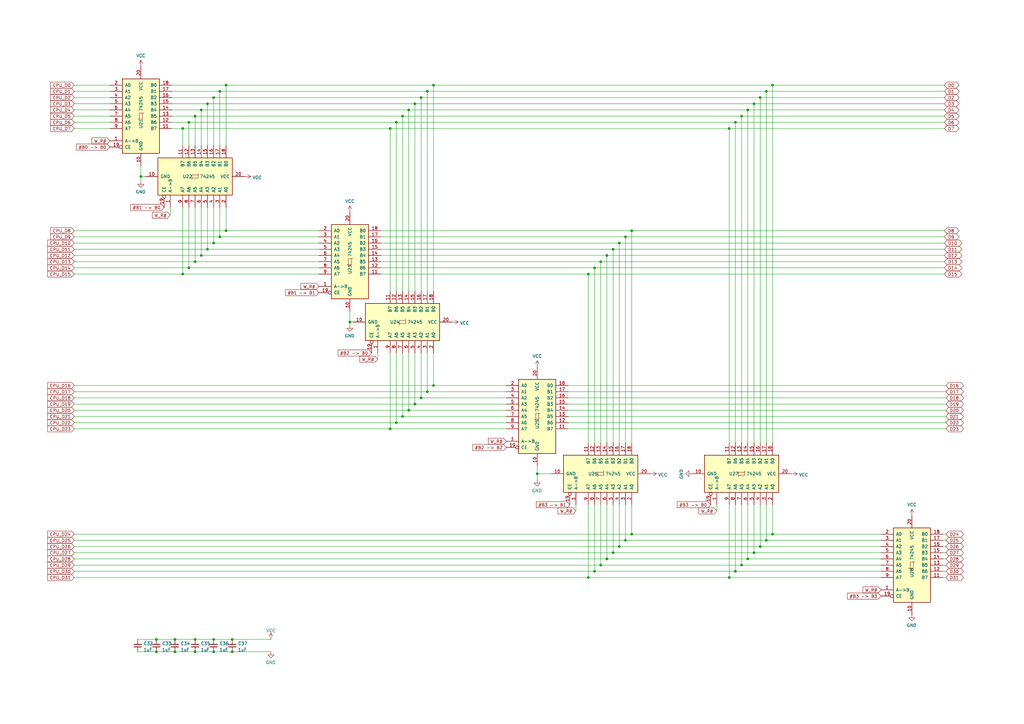
<source format=kicad_sch>
(kicad_sch (version 20211123) (generator eeschema)
  (paper "A3")
  (lib_symbols
    (symbol "74xx:74HC245" (pin_names (offset 1.016))
      (property "Reference" "U" (at -7.62 16.51 0))
      (property "Value" "74HC245" (at -7.62 -16.51 0))
      (symbol "74HC245_1_0"
        (polyline (pts (xy -0.635 -1.27) (xy -0.635 1.27) (xy 0.635 1.27)))
        (polyline (pts (xy -1.27 -1.27) (xy 0.635 -1.27) (xy 0.635 1.27) (xy 1.27 1.27)))
        (pin input line (at -12.7 -10.16 0) (length 5.08) (name "A->B") (number "1"))
        (pin power_in line (at 0 -20.32 90) (length 5.08) (name "GND") (number "10"))
        (pin tri_state line (at 12.7 -5.08 180) (length 5.08) (name "B7") (number "11"))
        (pin tri_state line (at 12.7 -2.54 180) (length 5.08) (name "B6") (number "12"))
        (pin tri_state line (at 12.7 0 180) (length 5.08) (name "B5") (number "13"))
        (pin tri_state line (at 12.7 2.54 180) (length 5.08) (name "B4") (number "14"))
        (pin tri_state line (at 12.7 5.08 180) (length 5.08) (name "B3") (number "15"))
        (pin tri_state line (at 12.7 7.62 180) (length 5.08) (name "B2") (number "16"))
        (pin tri_state line (at 12.7 10.16 180) (length 5.08) (name "B1") (number "17"))
        (pin tri_state line (at 12.7 12.7 180) (length 5.08) (name "B0") (number "18"))
        (pin input inverted (at -12.7 -12.7 0) (length 5.08) (name "CE") (number "19"))
        (pin tri_state line (at -12.7 12.7 0) (length 5.08) (name "A0") (number "2"))
        (pin power_in line (at 0 20.32 270) (length 5.08) (name "VCC") (number "20"))
        (pin tri_state line (at -12.7 10.16 0) (length 5.08) (name "A1") (number "3"))
        (pin tri_state line (at -12.7 7.62 0) (length 5.08) (name "A2") (number "4"))
        (pin tri_state line (at -12.7 5.08 0) (length 5.08) (name "A3") (number "5"))
        (pin tri_state line (at -12.7 2.54 0) (length 5.08) (name "A4") (number "6"))
        (pin tri_state line (at -12.7 0 0) (length 5.08) (name "A5") (number "7"))
        (pin tri_state line (at -12.7 -2.54 0) (length 5.08) (name "A6") (number "8"))
        (pin tri_state line (at -12.7 -5.08 0) (length 5.08) (name "A7") (number "9"))
      )
      (symbol "74HC245_1_1"
        (rectangle (start -7.62 15.24) (end 7.62 -15.24) (stroke (width 0.254)) (fill (type background)))
      )
    )
    (symbol "Device:C_Small" (pin_numbers hide) (pin_names (offset 0.254) hide)
      (property "Reference" "C" (at 0.254 1.778 0))
      (property "Value" "C_Small" (at 0.254 -2.032 0))
      (symbol "C_Small_0_1"
        (polyline (pts (xy -1.524 -0.508) (xy 1.524 -0.508)) (stroke (width 0.3302)))
        (polyline (pts (xy -1.524 0.508) (xy 1.524 0.508)) (stroke (width 0.3048)))
      )
      (symbol "C_Small_1_1"
        (pin passive line (at 0 2.54 270) (length 2.032) (name "~") (number "1"))
        (pin passive line (at 0 -2.54 90) (length 2.032) (name "~") (number "2"))
      )
    )
    (symbol "power:GND" (power) (pin_names (offset 0))
      (property "Value" "GND" (at 0 -3.81 0))
      (symbol "GND_0_1"
        (polyline (pts (xy 0 0) (xy 0 -1.27) (xy 1.27 -1.27) (xy 0 -2.54) (xy -1.27 -1.27) (xy 0 -1.27)))
      )
      (symbol "GND_1_1"
        (pin power_in line (at 0 0 270) (length 0) hide (name "GND") (number "1"))
      )
    )
    (symbol "power:VCC" (power) (pin_names (offset 0))
      (property "Value" "VCC" (at 0 3.81 0))
      (symbol "VCC_0_1"
        (polyline (pts (xy -0.762 1.27) (xy 0 2.54)))
        (polyline (pts (xy 0 0) (xy 0 2.54)))
        (polyline (pts (xy 0 2.54) (xy 0.762 1.27)))
      )
      (symbol "VCC_1_1"
        (pin power_in line (at 0 0 90) (length 0) hide (name "VCC") (number "1"))
      )
    )
  )
  (junction (at 306.705 45.085))
  (junction (at 74.93 112.395))
  (junction (at 167.64 45.085))
  (junction (at 259.08 219.075))
  (junction (at 82.55 104.775))
  (junction (at 304.165 231.775))
  (junction (at 301.625 50.165))
  (junction (at 251.46 102.235))
  (junction (at 71.755 262.255))
  (junction (at 306.705 229.235))
  (junction (at 172.72 163.195))
  (junction (at 301.625 234.315))
  (junction (at 175.26 160.655))
  (junction (at 85.09 102.235))
  (junction (at 254 99.695))
  (junction (at 80.01 47.625))
  (junction (at 309.245 42.545))
  (junction (at 80.01 267.335))
  (junction (at 177.8 158.115))
  (junction (at 246.38 231.775))
  (junction (at 160.02 175.895))
  (junction (at 90.17 37.465))
  (junction (at 299.085 236.855))
  (junction (at 165.1 47.625))
  (junction (at 57.785 72.39))
  (junction (at 87.63 99.695))
  (junction (at 316.865 219.075))
  (junction (at 251.46 226.695))
  (junction (at 177.8 34.925))
  (junction (at 167.64 168.275))
  (junction (at 143.51 132.08))
  (junction (at 248.92 229.235))
  (junction (at 243.84 234.315))
  (junction (at 304.165 47.625))
  (junction (at 80.01 107.315))
  (junction (at 256.54 221.615))
  (junction (at 259.08 94.615))
  (junction (at 220.345 194.31))
  (junction (at 92.71 94.615))
  (junction (at 92.71 34.925))
  (junction (at 162.56 50.165))
  (junction (at 160.02 52.705))
  (junction (at 316.865 34.925))
  (junction (at 77.47 50.165))
  (junction (at 87.63 267.335))
  (junction (at 95.25 262.255))
  (junction (at 314.325 221.615))
  (junction (at 241.3 112.395))
  (junction (at 311.785 40.005))
  (junction (at 246.38 107.315))
  (junction (at 77.47 109.855))
  (junction (at 64.135 267.335))
  (junction (at 82.55 45.085))
  (junction (at 95.25 267.335))
  (junction (at 254 224.155))
  (junction (at 74.93 52.705))
  (junction (at 87.63 262.255))
  (junction (at 256.54 97.155))
  (junction (at 311.785 224.155))
  (junction (at 299.085 52.705))
  (junction (at 248.92 104.775))
  (junction (at 64.135 262.255))
  (junction (at 162.56 173.355))
  (junction (at 165.1 170.815))
  (junction (at 80.01 262.255))
  (junction (at 71.755 267.335))
  (junction (at 314.325 37.465))
  (junction (at 175.26 37.465))
  (junction (at 170.18 42.545))
  (junction (at 243.84 109.855))
  (junction (at 87.63 40.005))
  (junction (at 90.17 97.155))
  (junction (at 309.245 226.695))
  (junction (at 170.18 165.735))
  (junction (at 85.09 42.545))
  (junction (at 172.72 40.005))
  (junction (at 241.3 236.855))
  (wire (pts (xy 165.1 144.78) (xy 165.1 170.815)))
  (wire (pts (xy 256.54 97.155) (xy 387.35 97.155)))
  (wire (pts (xy 243.84 234.315) (xy 30.48 234.315)))
  (wire (pts (xy 387.985 224.155) (xy 386.715 224.155)))
  (wire (pts (xy 92.71 94.615) (xy 130.81 94.615)))
  (wire (pts (xy 87.63 40.005) (xy 172.72 40.005)))
  (wire (pts (xy 246.38 231.775) (xy 304.165 231.775)))
  (wire (pts (xy 251.46 102.235) (xy 251.46 181.61)))
  (wire (pts (xy 254 224.155) (xy 311.785 224.155)))
  (wire (pts (xy 77.47 109.855) (xy 130.81 109.855)))
  (wire (pts (xy 246.38 207.01) (xy 246.38 231.775)))
  (wire (pts (xy 175.26 144.78) (xy 175.26 160.655)))
  (wire (pts (xy 87.63 85.09) (xy 87.63 99.695)))
  (wire (pts (xy 30.48 97.155) (xy 90.17 97.155)))
  (wire (pts (xy 160.02 52.705) (xy 299.085 52.705)))
  (wire (pts (xy 167.64 45.085) (xy 167.64 119.38)))
  (wire (pts (xy 311.785 207.01) (xy 311.785 224.155)))
  (wire (pts (xy 259.08 94.615) (xy 387.35 94.615)))
  (wire (pts (xy 233.045 165.735) (xy 387.985 165.735)))
  (wire (pts (xy 170.18 165.735) (xy 30.48 165.735)))
  (wire (pts (xy 177.8 144.78) (xy 177.8 158.115)))
  (wire (pts (xy 74.93 112.395) (xy 130.81 112.395)))
  (wire (pts (xy 80.01 47.625) (xy 80.01 59.69)))
  (wire (pts (xy 251.46 102.235) (xy 387.35 102.235)))
  (wire (pts (xy 172.72 144.78) (xy 172.72 163.195)))
  (wire (pts (xy 387.985 226.695) (xy 386.715 226.695)))
  (wire (pts (xy 248.92 104.775) (xy 387.35 104.775)))
  (wire (pts (xy 170.18 42.545) (xy 309.245 42.545)))
  (wire (pts (xy 167.64 168.275) (xy 30.48 168.275)))
  (wire (pts (xy 82.55 104.775) (xy 130.81 104.775)))
  (wire (pts (xy 165.1 47.625) (xy 165.1 119.38)))
  (wire (pts (xy 156.21 102.235) (xy 251.46 102.235)))
  (wire (pts (xy 143.51 132.08) (xy 143.51 127.635)))
  (wire (pts (xy 162.56 50.165) (xy 301.625 50.165)))
  (wire (pts (xy 56.515 262.255) (xy 64.135 262.255)))
  (wire (pts (xy 92.71 34.925) (xy 70.485 34.925)))
  (wire (pts (xy 220.345 194.31) (xy 226.06 194.31)))
  (wire (pts (xy 77.47 50.165) (xy 162.56 50.165)))
  (wire (pts (xy 243.84 109.855) (xy 243.84 181.61)))
  (wire (pts (xy 256.54 221.615) (xy 30.48 221.615)))
  (wire (pts (xy 74.93 85.09) (xy 74.93 112.395)))
  (wire (pts (xy 311.785 224.155) (xy 361.315 224.155)))
  (wire (pts (xy 306.705 45.085) (xy 306.705 181.61)))
  (wire (pts (xy 30.48 94.615) (xy 92.71 94.615)))
  (wire (pts (xy 387.985 219.075) (xy 386.715 219.075)))
  (wire (pts (xy 306.705 229.235) (xy 361.315 229.235)))
  (wire (pts (xy 301.625 207.01) (xy 301.625 234.315)))
  (wire (pts (xy 143.51 132.08) (xy 144.78 132.08)))
  (wire (pts (xy 301.625 234.315) (xy 361.315 234.315)))
  (wire (pts (xy 233.045 168.275) (xy 387.985 168.275)))
  (wire (pts (xy 233.045 173.355) (xy 387.985 173.355)))
  (wire (pts (xy 80.01 47.625) (xy 165.1 47.625)))
  (wire (pts (xy 80.01 85.09) (xy 80.01 107.315)))
  (wire (pts (xy 87.63 99.695) (xy 130.81 99.695)))
  (wire (pts (xy 251.46 207.01) (xy 251.46 226.695)))
  (wire (pts (xy 220.345 194.31) (xy 220.345 191.135)))
  (wire (pts (xy 309.245 42.545) (xy 309.245 181.61)))
  (wire (pts (xy 165.1 47.625) (xy 304.165 47.625)))
  (wire (pts (xy 167.64 168.275) (xy 207.645 168.275)))
  (wire (pts (xy 256.54 221.615) (xy 314.325 221.615)))
  (wire (pts (xy 172.72 163.195) (xy 30.48 163.195)))
  (wire (pts (xy 90.17 37.465) (xy 175.26 37.465)))
  (wire (pts (xy 71.755 267.335) (xy 80.01 267.335)))
  (wire (pts (xy 162.56 50.165) (xy 162.56 119.38)))
  (wire (pts (xy 77.47 50.165) (xy 70.485 50.165)))
  (wire (pts (xy 175.26 160.655) (xy 207.645 160.655)))
  (wire (pts (xy 57.785 72.39) (xy 57.785 67.945)))
  (wire (pts (xy 314.325 207.01) (xy 314.325 221.615)))
  (wire (pts (xy 30.48 42.545) (xy 45.085 42.545)))
  (wire (pts (xy 251.46 226.695) (xy 30.48 226.695)))
  (wire (pts (xy 167.64 45.085) (xy 306.705 45.085)))
  (wire (pts (xy 87.63 262.255) (xy 95.25 262.255)))
  (wire (pts (xy 294.005 209.55) (xy 294.005 207.01)))
  (wire (pts (xy 92.71 34.925) (xy 92.71 59.69)))
  (wire (pts (xy 301.625 50.165) (xy 301.625 181.61)))
  (wire (pts (xy 80.01 267.335) (xy 87.63 267.335)))
  (wire (pts (xy 316.865 34.925) (xy 316.865 181.61)))
  (wire (pts (xy 259.08 207.01) (xy 259.08 219.075)))
  (wire (pts (xy 256.54 97.155) (xy 256.54 181.61)))
  (wire (pts (xy 56.515 267.335) (xy 64.135 267.335)))
  (wire (pts (xy 241.3 236.855) (xy 30.48 236.855)))
  (wire (pts (xy 162.56 173.355) (xy 207.645 173.355)))
  (wire (pts (xy 316.865 34.925) (xy 387.35 34.925)))
  (wire (pts (xy 309.245 226.695) (xy 361.315 226.695)))
  (wire (pts (xy 259.08 94.615) (xy 259.08 181.61)))
  (wire (pts (xy 160.02 175.895) (xy 30.48 175.895)))
  (wire (pts (xy 90.17 37.465) (xy 90.17 59.69)))
  (wire (pts (xy 80.01 107.315) (xy 130.81 107.315)))
  (wire (pts (xy 254 99.695) (xy 387.35 99.695)))
  (wire (pts (xy 172.72 40.005) (xy 311.785 40.005)))
  (wire (pts (xy 74.93 52.705) (xy 70.485 52.705)))
  (wire (pts (xy 254 207.01) (xy 254 224.155)))
  (wire (pts (xy 259.08 219.075) (xy 30.48 219.075)))
  (wire (pts (xy 165.1 170.815) (xy 207.645 170.815)))
  (wire (pts (xy 248.92 207.01) (xy 248.92 229.235)))
  (wire (pts (xy 304.165 207.01) (xy 304.165 231.775)))
  (wire (pts (xy 82.55 45.085) (xy 82.55 59.69)))
  (wire (pts (xy 233.045 175.895) (xy 387.985 175.895)))
  (wire (pts (xy 243.84 234.315) (xy 301.625 234.315)))
  (wire (pts (xy 306.705 45.085) (xy 387.35 45.085)))
  (wire (pts (xy 299.085 207.01) (xy 299.085 236.855)))
  (wire (pts (xy 299.085 52.705) (xy 299.085 181.61)))
  (wire (pts (xy 90.17 97.155) (xy 130.81 97.155)))
  (wire (pts (xy 246.38 231.775) (xy 30.48 231.775)))
  (wire (pts (xy 30.48 50.165) (xy 45.085 50.165)))
  (wire (pts (xy 30.48 47.625) (xy 45.085 47.625)))
  (wire (pts (xy 256.54 207.01) (xy 256.54 221.615)))
  (wire (pts (xy 316.865 207.01) (xy 316.865 219.075)))
  (wire (pts (xy 162.56 144.78) (xy 162.56 173.355)))
  (wire (pts (xy 167.64 144.78) (xy 167.64 168.275)))
  (wire (pts (xy 87.63 267.335) (xy 95.25 267.335)))
  (wire (pts (xy 248.92 229.235) (xy 30.48 229.235)))
  (wire (pts (xy 156.21 97.155) (xy 256.54 97.155)))
  (wire (pts (xy 177.8 158.115) (xy 207.645 158.115)))
  (wire (pts (xy 314.325 37.465) (xy 387.35 37.465)))
  (wire (pts (xy 57.785 72.39) (xy 59.69 72.39)))
  (wire (pts (xy 160.02 144.78) (xy 160.02 175.895)))
  (wire (pts (xy 30.48 45.085) (xy 45.085 45.085)))
  (wire (pts (xy 85.09 85.09) (xy 85.09 102.235)))
  (wire (pts (xy 92.71 85.09) (xy 92.71 94.615)))
  (wire (pts (xy 57.785 74.295) (xy 57.785 72.39)))
  (wire (pts (xy 304.165 47.625) (xy 304.165 181.61)))
  (wire (pts (xy 95.25 267.335) (xy 111.125 267.335)))
  (wire (pts (xy 387.985 231.775) (xy 386.715 231.775)))
  (wire (pts (xy 156.21 99.695) (xy 254 99.695)))
  (wire (pts (xy 241.3 112.395) (xy 241.3 181.61)))
  (wire (pts (xy 299.085 52.705) (xy 387.35 52.705)))
  (wire (pts (xy 233.045 170.815) (xy 387.985 170.815)))
  (wire (pts (xy 316.865 219.075) (xy 361.315 219.075)))
  (wire (pts (xy 30.48 104.775) (xy 82.55 104.775)))
  (wire (pts (xy 254 224.155) (xy 30.48 224.155)))
  (wire (pts (xy 243.84 207.01) (xy 243.84 234.315)))
  (wire (pts (xy 241.3 207.01) (xy 241.3 236.855)))
  (wire (pts (xy 170.18 165.735) (xy 207.645 165.735)))
  (wire (pts (xy 74.93 52.705) (xy 74.93 59.69)))
  (wire (pts (xy 306.705 207.01) (xy 306.705 229.235)))
  (wire (pts (xy 248.92 229.235) (xy 306.705 229.235)))
  (wire (pts (xy 30.48 107.315) (xy 80.01 107.315)))
  (wire (pts (xy 82.55 85.09) (xy 82.55 104.775)))
  (wire (pts (xy 30.48 109.855) (xy 77.47 109.855)))
  (wire (pts (xy 30.48 40.005) (xy 45.085 40.005)))
  (wire (pts (xy 246.38 107.315) (xy 246.38 181.61)))
  (wire (pts (xy 30.48 99.695) (xy 87.63 99.695)))
  (wire (pts (xy 251.46 226.695) (xy 309.245 226.695)))
  (wire (pts (xy 74.93 52.705) (xy 160.02 52.705)))
  (wire (pts (xy 143.51 133.35) (xy 143.51 132.08)))
  (wire (pts (xy 241.3 112.395) (xy 387.35 112.395)))
  (wire (pts (xy 170.18 144.78) (xy 170.18 165.735)))
  (wire (pts (xy 233.045 163.195) (xy 387.985 163.195)))
  (wire (pts (xy 387.985 236.855) (xy 386.715 236.855)))
  (wire (pts (xy 162.56 173.355) (xy 30.48 173.355)))
  (wire (pts (xy 85.09 42.545) (xy 170.18 42.545)))
  (wire (pts (xy 311.785 40.005) (xy 311.785 181.61)))
  (wire (pts (xy 160.02 52.705) (xy 160.02 119.38)))
  (wire (pts (xy 80.01 262.255) (xy 87.63 262.255)))
  (wire (pts (xy 30.48 112.395) (xy 74.93 112.395)))
  (wire (pts (xy 387.985 221.615) (xy 386.715 221.615)))
  (wire (pts (xy 82.55 45.085) (xy 167.64 45.085)))
  (wire (pts (xy 236.22 209.55) (xy 236.22 207.01)))
  (wire (pts (xy 243.84 109.855) (xy 387.35 109.855)))
  (wire (pts (xy 30.48 52.705) (xy 45.085 52.705)))
  (wire (pts (xy 309.245 42.545) (xy 387.35 42.545)))
  (wire (pts (xy 314.325 221.615) (xy 361.315 221.615)))
  (wire (pts (xy 177.8 34.925) (xy 316.865 34.925)))
  (wire (pts (xy 71.755 262.255) (xy 80.01 262.255)))
  (wire (pts (xy 80.01 47.625) (xy 70.485 47.625)))
  (wire (pts (xy 177.8 158.115) (xy 30.48 158.115)))
  (wire (pts (xy 30.48 37.465) (xy 45.085 37.465)))
  (wire (pts (xy 387.985 229.235) (xy 386.715 229.235)))
  (wire (pts (xy 85.09 42.545) (xy 85.09 59.69)))
  (wire (pts (xy 175.26 37.465) (xy 314.325 37.465)))
  (wire (pts (xy 304.165 47.625) (xy 387.35 47.625)))
  (wire (pts (xy 220.345 196.85) (xy 220.345 194.31)))
  (wire (pts (xy 172.72 40.005) (xy 172.72 119.38)))
  (wire (pts (xy 314.325 37.465) (xy 314.325 181.61)))
  (wire (pts (xy 92.71 34.925) (xy 177.8 34.925)))
  (wire (pts (xy 156.21 94.615) (xy 259.08 94.615)))
  (wire (pts (xy 154.94 144.78) (xy 154.94 147.32)))
  (wire (pts (xy 254 99.695) (xy 254 181.61)))
  (wire (pts (xy 95.25 262.255) (xy 111.125 262.255)))
  (wire (pts (xy 170.18 42.545) (xy 170.18 119.38)))
  (wire (pts (xy 241.3 236.855) (xy 299.085 236.855)))
  (wire (pts (xy 304.165 231.775) (xy 361.315 231.775)))
  (wire (pts (xy 387.985 234.315) (xy 386.715 234.315)))
  (wire (pts (xy 87.63 40.005) (xy 87.63 59.69)))
  (wire (pts (xy 156.21 104.775) (xy 248.92 104.775)))
  (wire (pts (xy 248.92 104.775) (xy 248.92 181.61)))
  (wire (pts (xy 90.17 85.09) (xy 90.17 97.155)))
  (wire (pts (xy 64.135 262.255) (xy 71.755 262.255)))
  (wire (pts (xy 30.48 102.235) (xy 85.09 102.235)))
  (wire (pts (xy 299.085 236.855) (xy 361.315 236.855)))
  (wire (pts (xy 301.625 50.165) (xy 387.35 50.165)))
  (wire (pts (xy 82.55 45.085) (xy 70.485 45.085)))
  (wire (pts (xy 156.21 109.855) (xy 243.84 109.855)))
  (wire (pts (xy 85.09 102.235) (xy 130.81 102.235)))
  (wire (pts (xy 77.47 50.165) (xy 77.47 59.69)))
  (wire (pts (xy 246.38 107.315) (xy 387.35 107.315)))
  (wire (pts (xy 77.47 85.09) (xy 77.47 109.855)))
  (wire (pts (xy 175.26 37.465) (xy 175.26 119.38)))
  (wire (pts (xy 172.72 163.195) (xy 207.645 163.195)))
  (wire (pts (xy 233.045 160.655) (xy 387.985 160.655)))
  (wire (pts (xy 156.21 107.315) (xy 246.38 107.315)))
  (wire (pts (xy 259.08 219.075) (xy 316.865 219.075)))
  (wire (pts (xy 233.045 158.115) (xy 387.985 158.115)))
  (wire (pts (xy 175.26 160.655) (xy 30.48 160.655)))
  (wire (pts (xy 156.21 112.395) (xy 241.3 112.395)))
  (wire (pts (xy 64.135 267.335) (xy 71.755 267.335)))
  (wire (pts (xy 30.48 34.925) (xy 45.085 34.925)))
  (wire (pts (xy 160.02 175.895) (xy 207.645 175.895)))
  (wire (pts (xy 85.09 42.545) (xy 70.485 42.545)))
  (wire (pts (xy 87.63 40.005) (xy 70.485 40.005)))
  (wire (pts (xy 177.8 34.925) (xy 177.8 119.38)))
  (wire (pts (xy 311.785 40.005) (xy 387.35 40.005)))
  (wire (pts (xy 309.245 207.01) (xy 309.245 226.695)))
  (wire (pts (xy 69.85 88.265) (xy 69.85 85.09)))
  (wire (pts (xy 165.1 170.815) (xy 30.48 170.815)))
  (wire (pts (xy 90.17 37.465) (xy 70.485 37.465)))
  (global_label "CPU_D10" (shape input) (at 30.48 99.695 180) (property "Intersheet References" "${INTERSHEET_REFS}" (effects hide)))
  (global_label "CPU_D23" (shape input) (at 30.48 175.895 180) (property "Intersheet References" "${INTERSHEET_REFS}" (effects hide)))
  (global_label "CPU_D31" (shape input) (at 30.48 236.855 180) (property "Intersheet References" "${INTERSHEET_REFS}" (effects hide)))
  (global_label "D2" (shape bidirectional) (at 387.35 40.005 0) (property "Intersheet References" "${INTERSHEET_REFS}" (effects hide)))
  (global_label "D12" (shape bidirectional) (at 387.35 104.775 0) (property "Intersheet References" "${INTERSHEET_REFS}" (effects hide)))
  (global_label "W_R#" (shape input) (at 207.645 180.975 180) (property "Intersheet References" "${INTERSHEET_REFS}" (effects hide)))
  (global_label "CPU_D25" (shape input) (at 30.48 221.615 180) (property "Intersheet References" "${INTERSHEET_REFS}" (effects hide)))
  (global_label "CPU_D14" (shape input) (at 30.48 109.855 180) (property "Intersheet References" "${INTERSHEET_REFS}" (effects hide)))
  (global_label "#B1 -> B0" (shape input) (at 67.31 85.09 180) (property "Intersheet References" "${INTERSHEET_REFS}" (effects hide)))
  (global_label "D14" (shape bidirectional) (at 387.35 109.855 0) (property "Intersheet References" "${INTERSHEET_REFS}" (effects hide)))
  (global_label "D29" (shape bidirectional) (at 387.985 231.775 0) (property "Intersheet References" "${INTERSHEET_REFS}" (effects hide)))
  (global_label "D23" (shape bidirectional) (at 387.985 175.895 0) (property "Intersheet References" "${INTERSHEET_REFS}" (effects hide)))
  (global_label "CPU_D17" (shape input) (at 30.48 160.655 180) (property "Intersheet References" "${INTERSHEET_REFS}" (effects hide)))
  (global_label "#B2 -> B2" (shape input) (at 207.645 183.515 180) (property "Intersheet References" "${INTERSHEET_REFS}" (effects hide)))
  (global_label "CPU_D22" (shape input) (at 30.48 173.355 180) (property "Intersheet References" "${INTERSHEET_REFS}" (effects hide)))
  (global_label "CPU_D27" (shape input) (at 30.48 226.695 180) (property "Intersheet References" "${INTERSHEET_REFS}" (effects hide)))
  (global_label "W_R#" (shape input) (at 236.22 209.55 180) (property "Intersheet References" "${INTERSHEET_REFS}" (effects hide)))
  (global_label "W_R#" (shape input) (at 154.94 147.32 180) (property "Intersheet References" "${INTERSHEET_REFS}" (effects hide)))
  (global_label "CPU_D18" (shape input) (at 30.48 163.195 180) (property "Intersheet References" "${INTERSHEET_REFS}" (effects hide)))
  (global_label "D26" (shape bidirectional) (at 387.985 224.155 0) (property "Intersheet References" "${INTERSHEET_REFS}" (effects hide)))
  (global_label "#B2 -> B0" (shape input) (at 152.4 144.78 180) (property "Intersheet References" "${INTERSHEET_REFS}" (effects hide)))
  (global_label "CPU_D11" (shape input) (at 30.48 102.235 180) (property "Intersheet References" "${INTERSHEET_REFS}" (effects hide)))
  (global_label "CPU_D3" (shape input) (at 30.48 42.545 180) (property "Intersheet References" "${INTERSHEET_REFS}" (effects hide)))
  (global_label "D16" (shape bidirectional) (at 387.985 158.115 0) (property "Intersheet References" "${INTERSHEET_REFS}" (effects hide)))
  (global_label "D30" (shape bidirectional) (at 387.985 234.315 0) (property "Intersheet References" "${INTERSHEET_REFS}" (effects hide)))
  (global_label "CPU_D26" (shape input) (at 30.48 224.155 180) (property "Intersheet References" "${INTERSHEET_REFS}" (effects hide)))
  (global_label "#B3 -> B3" (shape input) (at 361.315 244.475 180) (property "Intersheet References" "${INTERSHEET_REFS}" (effects hide)))
  (global_label "CPU_D21" (shape input) (at 30.48 170.815 180) (property "Intersheet References" "${INTERSHEET_REFS}" (effects hide)))
  (global_label "D10" (shape bidirectional) (at 387.35 99.695 0) (property "Intersheet References" "${INTERSHEET_REFS}" (effects hide)))
  (global_label "D8" (shape bidirectional) (at 387.35 94.615 0) (property "Intersheet References" "${INTERSHEET_REFS}" (effects hide)))
  (global_label "D4" (shape bidirectional) (at 387.35 45.085 0) (property "Intersheet References" "${INTERSHEET_REFS}" (effects hide)))
  (global_label "CPU_D5" (shape input) (at 30.48 47.625 180) (property "Intersheet References" "${INTERSHEET_REFS}" (effects hide)))
  (global_label "D22" (shape bidirectional) (at 387.985 173.355 0) (property "Intersheet References" "${INTERSHEET_REFS}" (effects hide)))
  (global_label "D18" (shape bidirectional) (at 387.985 163.195 0) (property "Intersheet References" "${INTERSHEET_REFS}" (effects hide)))
  (global_label "#B3 -> B1" (shape input) (at 233.68 207.01 180) (property "Intersheet References" "${INTERSHEET_REFS}" (effects hide)))
  (global_label "CPU_D24" (shape input) (at 30.48 219.075 180) (property "Intersheet References" "${INTERSHEET_REFS}" (effects hide)))
  (global_label "D5" (shape bidirectional) (at 387.35 47.625 0) (property "Intersheet References" "${INTERSHEET_REFS}" (effects hide)))
  (global_label "D11" (shape bidirectional) (at 387.35 102.235 0) (property "Intersheet References" "${INTERSHEET_REFS}" (effects hide)))
  (global_label "D1" (shape bidirectional) (at 387.35 37.465 0) (property "Intersheet References" "${INTERSHEET_REFS}" (effects hide)))
  (global_label "D17" (shape bidirectional) (at 387.985 160.655 0) (property "Intersheet References" "${INTERSHEET_REFS}" (effects hide)))
  (global_label "D0" (shape bidirectional) (at 387.35 34.925 0) (property "Intersheet References" "${INTERSHEET_REFS}" (effects hide)))
  (global_label "D9" (shape bidirectional) (at 387.35 97.155 0) (property "Intersheet References" "${INTERSHEET_REFS}" (effects hide)))
  (global_label "D25" (shape bidirectional) (at 387.985 221.615 0) (property "Intersheet References" "${INTERSHEET_REFS}" (effects hide)))
  (global_label "D27" (shape bidirectional) (at 387.985 226.695 0) (property "Intersheet References" "${INTERSHEET_REFS}" (effects hide)))
  (global_label "D20" (shape bidirectional) (at 387.985 168.275 0) (property "Intersheet References" "${INTERSHEET_REFS}" (effects hide)))
  (global_label "D3" (shape bidirectional) (at 387.35 42.545 0) (property "Intersheet References" "${INTERSHEET_REFS}" (effects hide)))
  (global_label "D13" (shape bidirectional) (at 387.35 107.315 0) (property "Intersheet References" "${INTERSHEET_REFS}" (effects hide)))
  (global_label "#B0 -> B0" (shape input) (at 45.085 60.325 180) (property "Intersheet References" "${INTERSHEET_REFS}" (effects hide)))
  (global_label "W_R#" (shape input) (at 294.005 209.55 180) (property "Intersheet References" "${INTERSHEET_REFS}" (effects hide)))
  (global_label "CPU_D20" (shape input) (at 30.48 168.275 180) (property "Intersheet References" "${INTERSHEET_REFS}" (effects hide)))
  (global_label "W_R#" (shape input) (at 130.81 117.475 180) (property "Intersheet References" "${INTERSHEET_REFS}" (effects hide)))
  (global_label "CPU_D16" (shape input) (at 30.48 158.115 180) (property "Intersheet References" "${INTERSHEET_REFS}" (effects hide)))
  (global_label "D24" (shape bidirectional) (at 387.985 219.075 0) (property "Intersheet References" "${INTERSHEET_REFS}" (effects hide)))
  (global_label "#B3 -> B0" (shape input) (at 291.465 207.01 180) (property "Intersheet References" "${INTERSHEET_REFS}" (effects hide)))
  (global_label "#B1 -> B1" (shape input) (at 130.81 120.015 180) (property "Intersheet References" "${INTERSHEET_REFS}" (effects hide)))
  (global_label "D21" (shape bidirectional) (at 387.985 170.815 0) (property "Intersheet References" "${INTERSHEET_REFS}" (effects hide)))
  (global_label "W_R#" (shape input) (at 69.85 88.265 180) (property "Intersheet References" "${INTERSHEET_REFS}" (effects hide)))
  (global_label "CPU_D6" (shape input) (at 30.48 50.165 180) (property "Intersheet References" "${INTERSHEET_REFS}" (effects hide)))
  (global_label "CPU_D1" (shape input) (at 30.48 37.465 180) (property "Intersheet References" "${INTERSHEET_REFS}" (effects hide)))
  (global_label "CPU_D29" (shape input) (at 30.48 231.775 180) (property "Intersheet References" "${INTERSHEET_REFS}" (effects hide)))
  (global_label "CPU_D15" (shape input) (at 30.48 112.395 180) (property "Intersheet References" "${INTERSHEET_REFS}" (effects hide)))
  (global_label "CPU_D0" (shape input) (at 30.48 34.925 180) (property "Intersheet References" "${INTERSHEET_REFS}" (effects hide)))
  (global_label "D19" (shape bidirectional) (at 387.985 165.735 0) (property "Intersheet References" "${INTERSHEET_REFS}" (effects hide)))
  (global_label "D15" (shape bidirectional) (at 387.35 112.395 0) (property "Intersheet References" "${INTERSHEET_REFS}" (effects hide)))
  (global_label "D7" (shape bidirectional) (at 387.35 52.705 0) (property "Intersheet References" "${INTERSHEET_REFS}" (effects hide)))
  (global_label "CPU_D9" (shape input) (at 30.48 97.155 180) (property "Intersheet References" "${INTERSHEET_REFS}" (effects hide)))
  (global_label "D28" (shape bidirectional) (at 387.985 229.235 0) (property "Intersheet References" "${INTERSHEET_REFS}" (effects hide)))
  (global_label "CPU_D2" (shape input) (at 30.48 40.005 180) (property "Intersheet References" "${INTERSHEET_REFS}" (effects hide)))
  (global_label "D31" (shape bidirectional) (at 387.985 236.855 0) (property "Intersheet References" "${INTERSHEET_REFS}" (effects hide)))
  (global_label "CPU_D13" (shape input) (at 30.48 107.315 180) (property "Intersheet References" "${INTERSHEET_REFS}" (effects hide)))
  (global_label "W_R#" (shape input) (at 361.315 241.935 180) (property "Intersheet References" "${INTERSHEET_REFS}" (effects hide)))
  (global_label "CPU_D19" (shape input) (at 30.48 165.735 180) (property "Intersheet References" "${INTERSHEET_REFS}" (effects hide)))
  (global_label "CPU_D4" (shape input) (at 30.48 45.085 180) (property "Intersheet References" "${INTERSHEET_REFS}" (effects hide)))
  (global_label "CPU_D7" (shape input) (at 30.48 52.705 180) (property "Intersheet References" "${INTERSHEET_REFS}" (effects hide)))
  (global_label "CPU_D30" (shape input) (at 30.48 234.315 180) (property "Intersheet References" "${INTERSHEET_REFS}" (effects hide)))
  (global_label "W_R#" (shape input) (at 45.085 57.785 180) (property "Intersheet References" "${INTERSHEET_REFS}" (effects hide)))
  (global_label "CPU_D28" (shape input) (at 30.48 229.235 180) (property "Intersheet References" "${INTERSHEET_REFS}" (effects hide)))
  (global_label "D6" (shape bidirectional) (at 387.35 50.165 0) (property "Intersheet References" "${INTERSHEET_REFS}" (effects hide)))
  (global_label "CPU_D12" (shape input) (at 30.48 104.775 180) (property "Intersheet References" "${INTERSHEET_REFS}" (effects hide)))
  (global_label "CPU_D8" (shape input) (at 30.48 94.615 180) (property "Intersheet References" "${INTERSHEET_REFS}" (effects hide)))
  (symbol (lib_id "power:VCC") (at 111.125 262.255 0) (unit 1)
    (property "Reference" "#PWR062" (effects hide))
    (property "Value" "VCC" (at 111.125 258.6792 0))
  )
  (symbol (lib_id "74xx:74HC245") (at 57.785 47.625 0) (unit 1)
    (property "Reference" "U21" (at 57.785 50.8 90))
    (property "Value" "74245" (at 57.785 42.545 90))
    (property "Footprint" "Package_SO:SOIC-20W_7.5x12.8mm_P1.27mm" (effects hide))
    (property "Datasheet" "http://www.ti.com/lit/gpn/sn74HC245" (effects hide))
  )
  (symbol (lib_id "Device:C_Small") (at 64.135 264.795 180) (unit 1)
    (property "Reference" "C33" (at 66.4591 263.9539 0) (effects (justify right)))
    (property "Value" "1uF" (at 66.4591 266.4908 0) (effects (justify right)))
    (property "Footprint" "Capacitor_SMD:C_0805_2012Metric_Pad1.18x1.45mm_HandSolder" (effects hide))
  )
  (symbol (lib_id "power:VCC") (at 266.7 194.31 270) (mirror x) (unit 1)
    (property "Reference" "#PWR070" (effects hide))
    (property "Value" "VCC" (at 269.875 194.7438 90) (effects (justify left)))
  )
  (symbol (lib_id "power:VCC") (at 100.33 72.39 270) (mirror x) (unit 1)
    (property "Reference" "#PWR060" (effects hide))
    (property "Value" "VCC" (at 103.505 72.8238 90) (effects (justify left)))
  )
  (symbol (lib_id "Device:C_Small") (at 87.63 264.795 180) (unit 1)
    (property "Reference" "C36" (at 89.9541 263.9539 0) (effects (justify right)))
    (property "Value" "1uF" (at 89.9541 266.4908 0) (effects (justify right)))
    (property "Footprint" "Capacitor_SMD:C_0805_2012Metric_Pad1.18x1.45mm_HandSolder" (effects hide))
  )
  (symbol (lib_id "74xx:74HC245") (at 304.165 194.31 270) (mirror x) (unit 1)
    (property "Reference" "U27" (at 300.99 194.31 90))
    (property "Value" "74245" (at 309.245 194.31 90))
    (property "Footprint" "Package_SO:SOIC-20W_7.5x12.8mm_P1.27mm" (effects hide))
    (property "Datasheet" "http://www.ti.com/lit/gpn/sn74HC245" (effects hide))
  )
  (symbol (lib_id "74xx:74HC245") (at 80.01 72.39 270) (mirror x) (unit 1)
    (property "Reference" "U22" (at 76.835 72.39 90))
    (property "Value" "74245" (at 85.09 72.39 90))
    (property "Footprint" "Package_SO:SOIC-20W_7.5x12.8mm_P1.27mm" (effects hide))
    (property "Datasheet" "http://www.ti.com/lit/gpn/sn74HC245" (effects hide))
  )
  (symbol (lib_id "Device:C_Small") (at 95.25 264.795 180) (unit 1)
    (property "Reference" "C37" (at 97.5741 263.9539 0) (effects (justify right)))
    (property "Value" "1uF" (at 97.5741 266.4908 0) (effects (justify right)))
    (property "Footprint" "Capacitor_SMD:C_0805_2012Metric_Pad1.18x1.45mm_HandSolder" (effects hide))
  )
  (symbol (lib_id "power:VCC") (at 185.42 132.08 270) (mirror x) (unit 1)
    (property "Reference" "#PWR066" (effects hide))
    (property "Value" "VCC" (at 188.595 132.5138 90) (effects (justify left)))
  )
  (symbol (lib_id "Device:C_Small") (at 56.515 264.795 180) (unit 1)
    (property "Reference" "C32" (at 58.8391 263.9539 0) (effects (justify right)))
    (property "Value" "1uF" (at 58.8391 266.4908 0) (effects (justify right)))
    (property "Footprint" "Capacitor_SMD:C_0805_2012Metric_Pad1.18x1.45mm_HandSolder" (effects hide))
  )
  (symbol (lib_id "power:GND") (at 111.125 267.335 0) (mirror y) (unit 1)
    (property "Reference" "#PWR063" (effects hide))
    (property "Value" "GND" (at 110.998 271.7292 0))
  )
  (symbol (lib_id "74xx:74HC245") (at 246.38 194.31 270) (mirror x) (unit 1)
    (property "Reference" "U26" (at 243.205 194.31 90))
    (property "Value" "74245" (at 251.46 194.31 90))
    (property "Footprint" "Package_SO:SOIC-20W_7.5x12.8mm_P1.27mm" (effects hide))
    (property "Datasheet" "http://www.ti.com/lit/gpn/sn74HC245" (effects hide))
  )
  (symbol (lib_id "Device:C_Small") (at 71.755 264.795 180) (unit 1)
    (property "Reference" "C34" (at 74.0791 263.9539 0) (effects (justify right)))
    (property "Value" "1uF" (at 74.0791 266.4908 0) (effects (justify right)))
    (property "Footprint" "Capacitor_SMD:C_0805_2012Metric_Pad1.18x1.45mm_HandSolder" (effects hide))
  )
  (symbol (lib_id "power:VCC") (at 57.785 27.305 0) (mirror y) (unit 1)
    (property "Reference" "#PWR059" (effects hide))
    (property "Value" "VCC" (at 57.785 22.8616 0))
  )
  (symbol (lib_id "74xx:74HC245") (at 165.1 132.08 270) (mirror x) (unit 1)
    (property "Reference" "U24" (at 161.925 132.08 90))
    (property "Value" "74245" (at 170.18 132.08 90))
    (property "Footprint" "Package_SO:SOIC-20W_7.5x12.8mm_P1.27mm" (effects hide))
    (property "Datasheet" "http://www.ti.com/lit/gpn/sn74HC245" (effects hide))
  )
  (symbol (lib_id "power:VCC") (at 143.51 86.995 0) (mirror y) (unit 1)
    (property "Reference" "#PWR065" (effects hide))
    (property "Value" "VCC" (at 143.51 82.5516 0))
  )
  (symbol (lib_id "power:VCC") (at 220.345 150.495 0) (mirror y) (unit 1)
    (property "Reference" "#PWR069" (effects hide))
    (property "Value" "VCC" (at 220.345 146.0516 0))
  )
  (symbol (lib_id "power:GND") (at 283.845 194.31 270) (unit 1)
    (property "Reference" "#PWR073" (effects hide))
    (property "Value" "GND" (at 279.4508 194.437 0))
  )
  (symbol (lib_id "power:VCC") (at 374.015 211.455 0) (mirror y) (unit 1)
    (property "Reference" "#PWR075" (effects hide))
    (property "Value" "VCC" (at 374.015 207.0116 0))
  )
  (symbol (lib_id "74xx:74HC245") (at 374.015 231.775 0) (unit 1)
    (property "Reference" "U28" (at 374.015 234.95 90))
    (property "Value" "74245" (at 374.015 226.695 90))
    (property "Footprint" "Package_SO:SOIC-20W_7.5x12.8mm_P1.27mm" (effects hide))
    (property "Datasheet" "http://www.ti.com/lit/gpn/sn74HC245" (effects hide))
  )
  (symbol (lib_id "power:VCC") (at 324.485 194.31 270) (mirror x) (unit 1)
    (property "Reference" "#PWR072" (effects hide))
    (property "Value" "VCC" (at 327.66 194.7438 90) (effects (justify left)))
  )
  (symbol (lib_id "power:GND") (at 57.785 74.295 0) (mirror y) (unit 1)
    (property "Reference" "#PWR058" (effects hide))
    (property "Value" "GND" (at 57.658 78.6892 0))
  )
  (symbol (lib_id "74xx:74HC245") (at 143.51 107.315 0) (unit 1)
    (property "Reference" "U23" (at 143.51 110.49 90))
    (property "Value" "74245" (at 143.51 102.235 90))
    (property "Footprint" "Package_SO:SOIC-20W_7.5x12.8mm_P1.27mm" (effects hide))
    (property "Datasheet" "http://www.ti.com/lit/gpn/sn74HC245" (effects hide))
  )
  (symbol (lib_id "74xx:74HC245") (at 220.345 170.815 0) (unit 1)
    (property "Reference" "U25" (at 220.345 173.99 90))
    (property "Value" "74245" (at 220.345 165.735 90))
    (property "Footprint" "Package_SO:SOIC-20W_7.5x12.8mm_P1.27mm" (effects hide))
    (property "Datasheet" "http://www.ti.com/lit/gpn/sn74HC245" (effects hide))
  )
  (symbol (lib_id "power:GND") (at 143.51 133.35 0) (mirror y) (unit 1)
    (property "Reference" "#PWR064" (effects hide))
    (property "Value" "GND" (at 143.383 137.7442 0))
  )
  (symbol (lib_id "Device:C_Small") (at 80.01 264.795 180) (unit 1)
    (property "Reference" "C35" (at 82.3341 263.9539 0) (effects (justify right)))
    (property "Value" "1uF" (at 82.3341 266.4908 0) (effects (justify right)))
    (property "Footprint" "Capacitor_SMD:C_0805_2012Metric_Pad1.18x1.45mm_HandSolder" (effects hide))
  )
  (symbol (lib_id "power:GND") (at 220.345 196.85 0) (mirror y) (unit 1)
    (property "Reference" "#PWR068" (effects hide))
    (property "Value" "GND" (at 220.218 201.2442 0))
  )
  (symbol (lib_id "power:GND") (at 374.015 252.095 0) (mirror y) (unit 1)
    (property "Reference" "#PWR074" (effects hide))
    (property "Value" "GND" (at 373.888 256.4892 0))
  )
)
</source>
